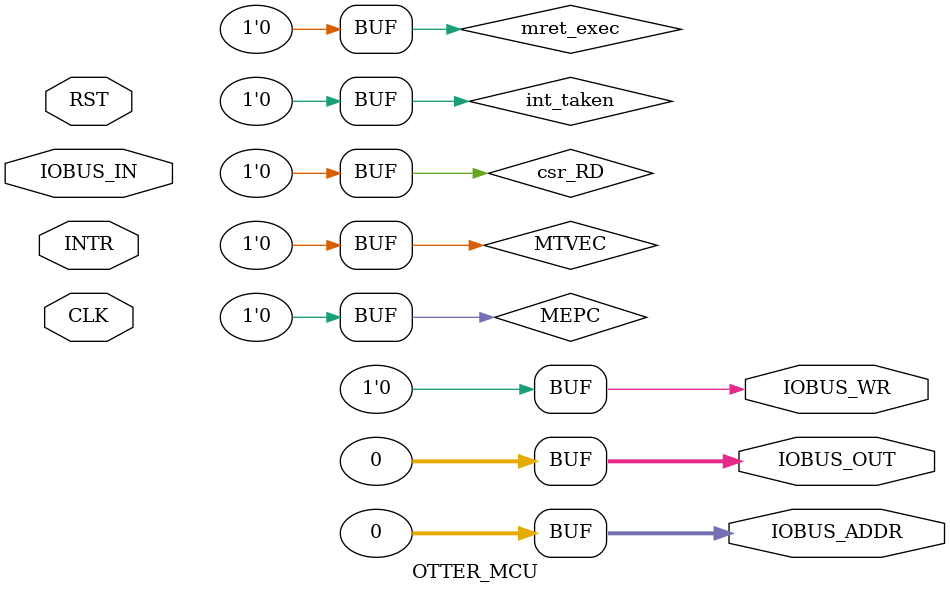
<source format=sv>
`timescale 1ns / 1ps


module OTTER_MCU(
    input RST,
    input INTR,
    input [31:0] IOBUS_IN,
    input CLK,
    output [31:0] IOBUS_OUT,
    output [31:0] IOBUS_ADDR,
    output IOBUS_WR
    );
    
    // UNUSED IO
    assign IOBUS_OUT = 0;
    assign IOBUS_ADDR = 0;
    assign IOBUS_WR = 0;
    
    // PC
    logic [31:0] jalr, branch, jal;
    logic MTVEC, MEPC, reset, PCWrite;
    logic [2:0] pcSource;
    logic [31:0] PC_4, PC_OUT, PC_DIN;
    // MEMORY
    logic [1:0] MEM_SIZE;
    logic MEM_SIGN, memRDEN1, memRDEN2, memWE2;
    logic [31:0] ir, DOUT2;
    logic [13:0] PC_15_2;
    // REG_FILE
    logic [31:0] wd, rs1, rs2;
    logic [1:0] rf_wr_sel;
    logic csr_RD, regWrite;
    logic [4:0] adr1, adr2, wa;
    // IMMED GEN
    logic [24:0] INSTRUCT;
    logic [31:0] U_TYPE, I_TYPE, S_TYPE, J_TYPE, B_TYPE;
    // ALU
    logic [1:0] alu_srcA;
    logic [2:0] alu_srcB;
    logic [3:0] alu_fun;
    logic [31:0] srcA, srcB, result;
    // BRANCH COND GEN
    logic br_eq, br_lt, br_ltu;
    // CU_FSM
    logic csr_WE, int_taken, mret_exec;
    
    // SET TO ZERO UNTIL IMPLEMENTED.
    assign MTVEC = 0;
    assign MEPC = 0;
    
    // 6:1 Mux entering the PC.
    always_comb begin
        case (pcSource)
            3'b000: PC_DIN <= PC_4;
            3'b001: PC_DIN <= jalr;
            3'b010: PC_DIN <= branch;
            3'b011: PC_DIN <= jal;
            3'b100: PC_DIN <= MTVEC;
            3'b101: PC_DIN <= MEPC;
            default: PC_DIN <= 32'h42424242;
        endcase   
    end
    
    // pc module.
    PC pc(.PC_WRITE(PCWrite), .PC_RST(reset), .PC_DIN(PC_DIN), .clk(CLK), .PC_COUNT(PC_OUT)); 
    
    assign PC_4 = PC_OUT + 4;
    
    // END OF PC.
    
    // MEMORY   
    assign MEM_SIZE = ir[13:12];
    assign MEM_SIGN = ir[14];
    assign PC_15_2 = {PC_OUT[15:2]};
    
    // memory module.
    MEMORY memory(.MEM_CLK(CLK), .MEM_RDEN1(memRDEN1), .MEM_RDEN2(memRDEN2), .MEM_WE2(memWE2), 
        .MEM_ADDR1(PC_15_2), .MEM_ADDR2(result), .MEM_DIN2(rs2), 
        .MEM_SIZE(MEM_SIZE), .MEM_SIGN(MEM_SIGN), .IO_IN(IOBUS_IN), 
        .IO_WR(IOBUS_WR), .MEM_DOUT1(ir), .MEM_DOUT2(DOUT2));
    
    // END OF MEMORY.
    
    // REG_FILE
    
    // SET ZERO UNTIL CSR IS IMPLEMENTED
    assign csr_RD = 0;
    
    // 4:1 Mux entering the REG_FILE.
    always_comb begin
        case (rf_wr_sel)
            2'b00: wd = PC_4;
            2'b01: wd = csr_RD;
            2'b10: wd = DOUT2;
            2'b11: wd = result;
        endcase       
    end
    
    // REG_FILE input logic.
    assign adr1 = ir[19:15];
    assign adr2 = ir[24:20];
    assign wa = ir[11:7];
    
    // REG_FILE output logic.
    
    // reg_file module.
    REG_FILE reg_file(.RF_ADR1(adr1), .RF_ADR2(adr2), .RF_EN(regWrite), .RF_WA(wa), .RF_WD(wd), 
        .clk(CLK), .RF_RS1(rs1), .RF_RS2(rs2));
        
    // END OF REG_FILE.
    
    // IMMED GEN
    assign INSTRUCT = ir[31:7];

    
    // immed_gen module.
    IMMED_GEN immed_gen(.INSTRUCT(INSTRUCT), .U_TYPE(U_TYPE), .I_TYPE(I_TYPE), 
    .S_TYPE(S_TYPE), .J_TYPE(J_TYPE), .B_TYPE(B_TYPE));
    
    // END OF IMMED GEN
    
    // BRANCH ADDR GEN
    // branch_addr_gen module.
    BRANCH_ADDR_GEN branch_addr_gen(.PC(PC_OUT), .JType(J_TYPE), .BType(B_TYPE), .IType(I_TYPE), 
    .rs1(rs1), .jal(jal), .branch(branch), .jalr(jalr));
    
    // END OF BRANCH ADDR GEN.
    
    // BRANCH COND GEN
    // branch_cond_gen module.
    BRANCH_COND_GEN branch_cond_gen(.rs1(rs1), .rs2(rs2), .br_eq(br_eq), .br_lt(br_lt), .br_ltu(br_ltu));
    
    // END OF BRANCH COND GEN.
    
    // ALU

    // 3:1 Mux going into srcA.

    always_comb begin
        case (alu_srcA)
            2'b00: srcA = rs1;
            2'b01: srcA = U_TYPE;
            2'b10: srcA = ~rs1;
            default: srcA = 32'h000ADEAD;
        endcase
    end
    
    // 5:1 Mux going into srcB.
    always_comb begin
        case (alu_srcB)
            3'b000: srcB = rs2;
            3'b001: srcB = I_TYPE;
            3'b010: srcB = S_TYPE;
            3'b011: srcB = PC_OUT;
            3'b100: srcB = csr_RD;
            default: srcB = 32'h000BDEAD;
        endcase
    end
    
    // alu module.
    ALU alu(.srcA(srcA), .srcB(srcB), .alu_fun(alu_fun), .result(result));
    
    // END OF ALU.
    
    // CU_FSM
    
    assign int_taken = 0;
    assign mret_exec = 0;
    
    // cu_fsm module.
    CU_FSM cu_fsm(.RST(RST), .ir6_0(ir[6:0]), .ir14_12(ir[14:12]), .CLK(CLK), .PCWrite(PCWrite), .regWrite(regWrite), .memWE2(memWE2), 
        .memRDEN1(memRDEN1), .memRDEN2(memRDEN2), .reset(reset), .csr_WE(csr_WE), .int_taken(int_taken), .mret_exec(mret_exec));
        
    // END OF CU_FSM.
    
    // CU_DCDR
    
    // cu_dcdr module.
    
    CU_DCDR cu_dcdr(.ir14_12(ir[14:12]), .ir30(ir[30]), .ir6_0(ir[6:0]), .int_taken(int_taken), .br_eq(br_eq), .br_lt(br_lt), .br_ltu(br_ltu), 
        .alu_fun(alu_fun), .alu_srcA(alu_srcA), .alu_srcB(alu_srcB), .pcSource(pcSource), .rf_wr_sel(rf_wr_sel)); 
    
    // END OF CU_DCDR
endmodule

</source>
